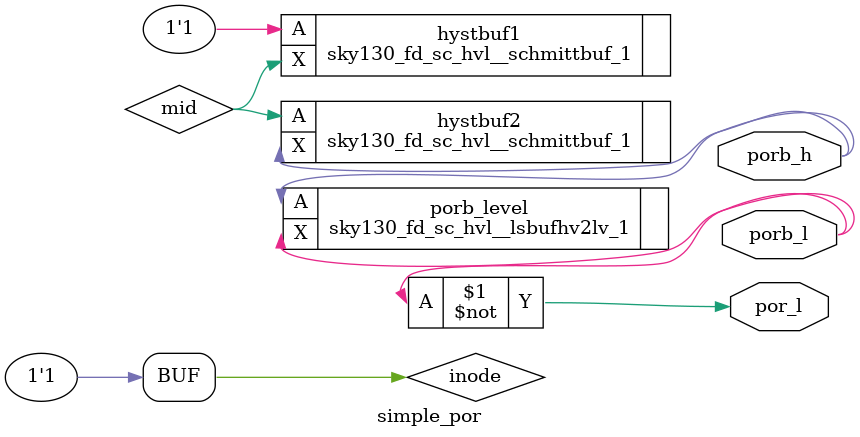
<source format=v>

`timescale 1 ns / 1 ps
 
/// sta-blackbox
module simple_por(
`ifdef USE_POWER_PINS
    inout vdd3v3,
    inout vdd1v8,
    inout vss3v3,
    inout vss1v8,
`endif
    output porb_h,
    output porb_l,
    output por_l
);

    wire mid;
    reg inode;

    // This is a behavioral model!  Actual circuit is a resitor dumping
    // current (slowly) from vdd3v3 onto a capacitor, and this fed into
    // two schmitt triggers for strong hysteresis/glitch tolerance.

    initial begin
	inode <= 1'b0; 
    end 

    // Emulate current source on capacitor as a 500ns delay either up or
    // down.  Note that this is sped way up for verilog simulation;  the
    // actual circuit is set to a 15ms delay.

    `ifdef USE_POWER_PINS
        always @(posedge vdd3v3) begin
    `else
        initial begin
    `endif
	#500 inode <= 1'b1;
    end

    `ifdef USE_POWER_PINS
        always @(negedge vdd3v3) begin
        #500 inode <= 1'b0;
        end
    `endif

    // Instantiate two shmitt trigger buffers in series

    sky130_fd_sc_hvl__schmittbuf_1 hystbuf1 (
`ifdef USE_POWER_PINS
	.VPWR(vdd3v3),
	.VGND(vss3v3),
	.VPB(vdd3v3),
	.VNB(vss3v3),
`endif
	.A(inode),
	.X(mid)
    );

    sky130_fd_sc_hvl__schmittbuf_1 hystbuf2 (
`ifdef USE_POWER_PINS
	.VPWR(vdd3v3),
	.VGND(vss3v3),
	.VPB(vdd3v3),
	.VNB(vss3v3),
`endif
	.A(mid),
	.X(porb_h)
    );

    sky130_fd_sc_hvl__lsbufhv2lv_1 porb_level (
`ifdef USE_POWER_PINS
	.VPWR(vdd3v3),
	.VPB(vdd3v3),
	.LVPWR(vdd1v8),
	.VNB(vss3v3),
	.VGND(vss3v3),
`endif
	.A(porb_h),
	.X(porb_l)
    );

    // since this is behavioral anyway, but this should be
    // replaced by a proper inverter
    assign por_l = ~porb_l;
endmodule
`default_nettype wire

</source>
